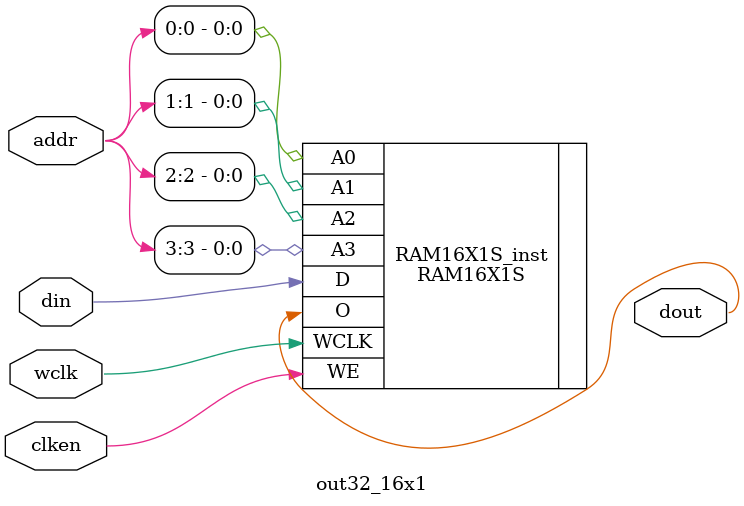
<source format=v>


//      Reg 2:   As above for pins  5 and 21.
//      Reg 3:   As above for pins  4 and 20.
//      Reg 4:   As above for pins  3 and 19.
//      Reg 5:   As above for pins  2 and 18.
//      Reg 6:   As above for pins  1 and 17.
//      Reg 7:   As above for pins  0 and 16.
//      Reg 8:   As above for pins 15 and 31.
//      Reg 9:   As above for pins 14 and 30.
//      Reg 10:  As above for pins 13 and 29.
//      Reg 11:  As above for pins 12 and 28.
//      Reg 12:  As above for pins 11 and 27.
//      Reg 13:  As above for pins 10 and 26.
//      Reg 14:  As above for pins  9 and 25.
//      Reg 15:  As above for pins  8 and 24.
//
//
//  HOW THIS WORKS
//      The out32 card has four 74LVC595 serial-to-parallel chips, 
//  one cascaded pair for the least significant and one cascaded pair 
//  for the most significant 16-bit word.  A 7474 dual D flip-flop is 
//  used to synchronize the parallel loads and bit shifts.  The Verilog 
//  below uses 'bst' to count the 16 bits of each shift register pair 
//  and 'gst' as the state machine controller for the 7474 (and hence 
//  the loading and shifting).
//
//  The signals from the Baseboard are used as follows:
//    Pin 2: DATA1      -- data to be shifted in for the most significant 16-bit word
//    Pin 4: CLKA       -- used to create shift clock (SCK)
//    Pin 6: CLKB/CLRA- -- used in conjunction with DATA1 to create data latch clock (RCK)
//    Pin 8: DATA2      -- data to be shifted in for the least significant 16-bit word
//      
//  The cabling from the Baseboard to the out32 has ringing on
//  all of the lines at any transition.  To overcome this we
//  use a 7474.  Ringing on the reset or clk line of a 7474 has
//  no effect on the output if the D input is held constant
//  during the ringing.  The data lines (pin2 and pin8) must not 
//  change on either rising or falling edge of pin4 and the rising edge
//  of pin6.   This is the goal of the gst state machine.
//  
// GST  Pin  8/6/4/2    State
// #0        0/0/0/0    Start state sets up DATA1, CLKA, and CLKB lo
// #1        0/1/0/0    Release CLRA-/rising edge of CLKB with DATA1 lo ensures no RCK
// #2       d2/1/0/d1   Setup data -- d1 is next bit of MS word, d2 is next bit of LS word
// #3       d2/1/1/d1   Rising egde of CLKA causes shift clock to go hi, shifting in next data bits
//                      (repeat 0-3 for 16 bits)
// #4        0/0/0/1    Setup DATA1 hi to create RCK
// #5        0/1/0/1    Rising edge of CLKB with DATA1 hi causes RCK to latch data
// #6        0/0/0/0    Release DATA1 and CLKB to setup to release RCK
// #7        0/0/1/0    Rising edge of CLKB with DATA1 low releases RCK
//
/////////////////////////////////////////////////////////////////////////
module out32(clk,rdwr,strobe,our_addr,addr,busy_in,busy_out,
       addr_match_in,addr_match_out,datin,datout,
       u10clk, pin2, pin4, pin6, pin8);

    input  clk;              // system clock
    input  rdwr;             // direction of this transfer. Read=1; Write=0
    input  strobe;           // true on full valid command
    input  [3:0] our_addr;   // high byte of our assigned address
    input  [11:0] addr;      // address of target peripheral
    input  busy_in;          // ==1 if a previous peripheral is busy
    output busy_out;         // ==our busy state if our address, pass through otherwise
    input  addr_match_in;    // ==1 if a previous peripheral claims the address
    output addr_match_out;   // ==1 if we claim the above address, pass through otherwise
    input  [7:0] datin ;     // Data INto the peripheral;
    output [7:0] datout ;    // Data OUTput from the peripheral, = datin if not us.
    input  u10clk;           // 10 microsecond clock pulse
    output pin2;             // Pin2 to the out32 card.  Clock control and MS data.
    output pin4;             // Pin4 to the out32 card.  Clock control.
    output pin6;             // Pin6 to the out32 card.  Clock control.
    output pin8;             // Pin8 to the out32 card.  LS data.

    // State variables
    reg    [3:0] bst;        // Bit number for current card access (0-15)
    reg    [2:0] gst;        // global state for xfer from card (0-5)
    reg    dataready;        // set=1 to wait for an autosend to host
    reg    changepending;    // set=1 while finishing all 16 bits to then set dataready

    // Addressing and bus interface lines 
    wire   myaddr;           // ==1 if a correct read/write on our address
    wire   [1:0] rout;       // RAM output lines
    wire   [1:0] ramedge;    // Edge transition output info
    wire   [3:0] raddr;      // RAM address lines
    wire   [1:0] rin;        // RAM input lines
    wire   wen;              // RAM write enable
    out32_16x1 out32_ms(rout[1],raddr,rin[1],clk,wen);   // MS word
    out32_16x1 out32_ls(rout[0],raddr,rin[0],clk,wen);   // LS word


    initial
    begin
        gst = 0;
        bst = 0;
        dataready = 0;
        changepending = 0;
    end

    always @(posedge clk)
    begin
        // Start transfer when host writes to the last address
        if (strobe && myaddr && ~rdwr && (addr[3:0] == 15))
        begin
            // start shifting bits
            gst <= 0;
        end

        // if not reading/writing from host
        else if (~(strobe && myaddr && ~rdwr))
        begin
            if (gst < 2)
            begin
                gst <= gst + 3'h1;
            end
            else if (gst == 2)
            begin
                // select the next bits to be shifted
                gst <= gst + 3'h1;                
                bst <= bst + 4'h1;
            end
            else if (gst == 3)
            begin
                // shifting 16 bits (states 0-3) then go to latch states
                gst <= (bst == 15) ? 3'h4 : 3'h0;
            end
            else if (gst < 7)
            begin
                // data latch
                gst <= gst + 3'h1;
            end
            else
            begin
                // wait for another host write
            end
        end
    end

    // assign the outputs
    assign pin4 = (gst == 3);
    assign pin6 = ((gst == 1) || (gst == 2) || (gst == 3) || (gst == 5) || (gst == 7));
    assign pin2 = ((((gst == 2) || (gst == 3)) && rout[1]) || (gst == 4) || (gst == 5));
    assign pin8 = (((gst == 2) || (gst == 3)) && rout[0]);

    // assign RAM signals
    assign myaddr = (addr[11:8] == our_addr) && (addr[7:4] == 0);
    assign wen = (strobe & myaddr & ~rdwr);
    assign raddr = (strobe & myaddr) ? addr[3:0] : bst;
    assign rin[1] = (strobe & myaddr & ~rdwr) ? datin[1] : rout[1];
    assign rin[0] = (strobe & myaddr & ~rdwr) ? datin[0] : rout[0];
    assign datout = (strobe & myaddr & rdwr) ? {6'h00,rout} : datin; 

    // Loop in-to-out where appropriate
    assign busy_out = busy_in;
    assign addr_match_out = myaddr | addr_match_in;

endmodule


module out32_16x1(dout,addr,din,wclk,clken);
    output dout;
    input  [3:0] addr;
    input  din;
    input  wclk;
    input  clken;

    // RAM16X1S_1: 16 x 1 positive edge write, asynchronous read single-port distributed RAM
    //             Spartan-3E
    // Xilinx HDL Libraries Guide, version 12.1

    RAM16X1S #(
    ) RAM16X1S_inst (
       .O(dout),        // 1-bit data output
       .A0(addr[0]),    // Address[0] input bit
       .A1(addr[1]),    // Address[1] input bit
       .A2(addr[2]),    // Address[2] input bit
       .A3(addr[3]),    // Address[3] input bit
       .D(din),         // 1-bit data input
       .WCLK(wclk),     // Write clock input
       .WE(clken)       // Write enable input
    );
endmodule




</source>
